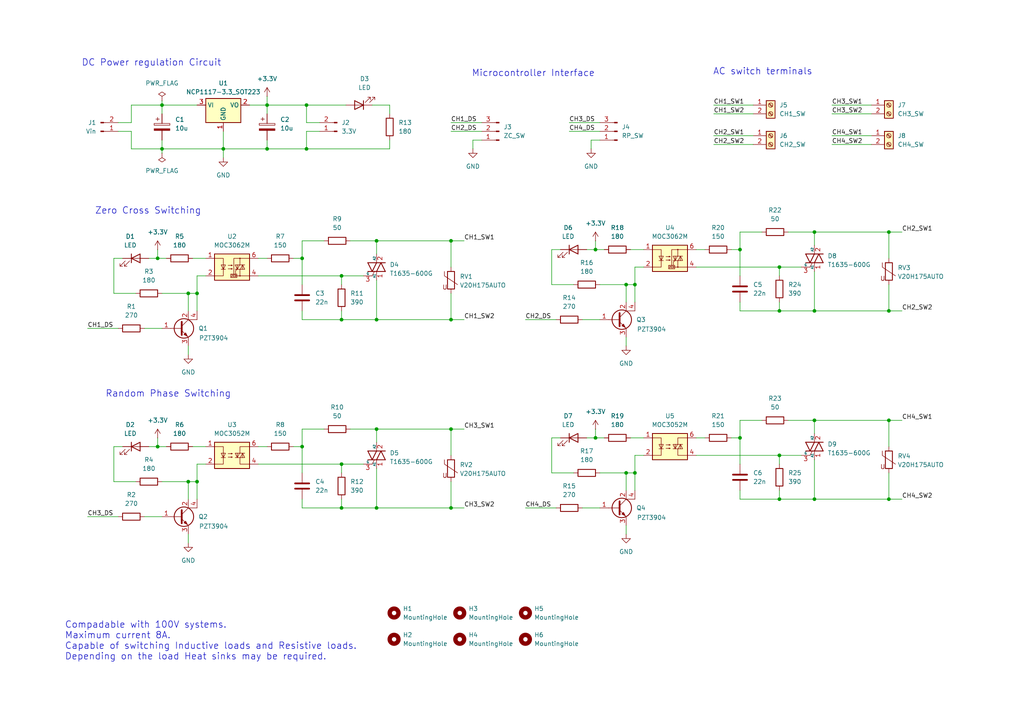
<source format=kicad_sch>
(kicad_sch (version 20250114) (generator "eeschema") (generator_version "9.0")
  (paper "A4")
  (title_block (title "AC switching circuit") (date "2025-03-12") (rev "0") (company "キムラシール株式会社"))
  (lib_symbols
    (symbol "Connector:Conn_01x02_Pin" (pin_names (offset 1.016) (hide yes))
      (property "Reference" "J" (at 0 2.54 0))
      (property "Value" "Conn_01x02_Pin" (at 0 -5.08 0))
      (symbol "Conn_01x02_Pin_1_1"
        (rectangle (start 0.8636 0.127) (end 0 -0.127) (stroke (width 0.1524)) (fill (type outline)))
        (rectangle (start 0.8636 -2.413) (end 0 -2.667) (stroke (width 0.1524)) (fill (type outline)))
        (polyline (pts (xy 1.27 0) (xy 0.8636 0)) (stroke (width 0.1524)))
        (polyline (pts (xy 1.27 -2.54) (xy 0.8636 -2.54)) (stroke (width 0.1524)))
        (pin passive line (at 5.08 0 180) (length 3.81) (name "Pin_1") (number "1"))
        (pin passive line (at 5.08 -2.54 180) (length 3.81) (name "Pin_2") (number "2"))
      )
    )
    (symbol "Connector:Conn_01x03_Pin" (pin_names (offset 1.016) (hide yes))
      (property "Reference" "J" (at 0 5.08 0))
      (property "Value" "Conn_01x03_Pin" (at 0 -5.08 0))
      (symbol "Conn_01x03_Pin_1_1"
        (rectangle (start 0.8636 2.667) (end 0 2.413) (stroke (width 0.1524)) (fill (type outline)))
        (rectangle (start 0.8636 0.127) (end 0 -0.127) (stroke (width 0.1524)) (fill (type outline)))
        (rectangle (start 0.8636 -2.413) (end 0 -2.667) (stroke (width 0.1524)) (fill (type outline)))
        (polyline (pts (xy 1.27 2.54) (xy 0.8636 2.54)) (stroke (width 0.1524)))
        (polyline (pts (xy 1.27 0) (xy 0.8636 0)) (stroke (width 0.1524)))
        (polyline (pts (xy 1.27 -2.54) (xy 0.8636 -2.54)) (stroke (width 0.1524)))
        (pin passive line (at 5.08 2.54 180) (length 3.81) (name "Pin_1") (number "1"))
        (pin passive line (at 5.08 0 180) (length 3.81) (name "Pin_2") (number "2"))
        (pin passive line (at 5.08 -2.54 180) (length 3.81) (name "Pin_3") (number "3"))
      )
    )
    (symbol "Connector:Screw_Terminal_01x02" (pin_names (offset 1.016) (hide yes))
      (property "Reference" "J" (at 0 2.54 0))
      (property "Value" "Screw_Terminal_01x02" (at 0 -5.08 0))
      (symbol "Screw_Terminal_01x02_1_1"
        (rectangle (start -1.27 1.27) (end 1.27 -3.81) (stroke (width 0.254)) (fill (type background)))
        (polyline (pts (xy -0.5334 0.3302) (xy 0.3302 -0.508)) (stroke (width 0.1524)))
        (polyline (pts (xy -0.5334 -2.2098) (xy 0.3302 -3.048)) (stroke (width 0.1524)))
        (polyline (pts (xy -0.3556 0.508) (xy 0.508 -0.3302)) (stroke (width 0.1524)))
        (polyline (pts (xy -0.3556 -2.032) (xy 0.508 -2.8702)) (stroke (width 0.1524)))
        (circle (center 0 0) (radius 0.635) (stroke (width 0.1524)))
        (circle (center 0 -2.54) (radius 0.635) (stroke (width 0.1524)))
        (pin passive line (at -5.08 0 0) (length 3.81) (name "Pin_1") (number "1"))
        (pin passive line (at -5.08 -2.54 0) (length 3.81) (name "Pin_2") (number "2"))
      )
    )
    (symbol "Device:C" (pin_numbers (hide yes)) (pin_names (offset 0.254))
      (property "Reference" "C" (at 0.635 2.54 0))
      (property "Value" "C" (at 0.635 -2.54 0))
      (symbol "C_0_1"
        (polyline (pts (xy -2.032 0.762) (xy 2.032 0.762)) (stroke (width 0.508)))
        (polyline (pts (xy -2.032 -0.762) (xy 2.032 -0.762)) (stroke (width 0.508)))
      )
      (symbol "C_1_1"
        (pin passive line (at 0 3.81 270) (length 2.794) (name "~") (number "1"))
        (pin passive line (at 0 -3.81 90) (length 2.794) (name "~") (number "2"))
      )
    )
    (symbol "Device:C_Polarized" (pin_numbers (hide yes)) (pin_names (offset 0.254))
      (property "Reference" "C" (at 0.635 2.54 0))
      (property "Value" "C_Polarized" (at 0.635 -2.54 0))
      (symbol "C_Polarized_0_1"
        (rectangle (start -2.286 0.508) (end 2.286 1.016))
        (polyline (pts (xy -1.778 2.286) (xy -0.762 2.286)))
        (polyline (pts (xy -1.27 2.794) (xy -1.27 1.778)))
        (rectangle (start 2.286 -0.508) (end -2.286 -1.016) (fill (type outline)))
      )
      (symbol "C_Polarized_1_1"
        (pin passive line (at 0 3.81 270) (length 2.794) (name "~") (number "1"))
        (pin passive line (at 0 -3.81 90) (length 2.794) (name "~") (number "2"))
      )
    )
    (symbol "Device:LED" (pin_numbers (hide yes)) (pin_names (offset 1.016) (hide yes))
      (property "Reference" "D" (at 0 2.54 0))
      (property "Value" "LED" (at 0 -2.54 0))
      (symbol "LED_0_1"
        (polyline (pts (xy -3.048 -0.762) (xy -4.572 -2.286) (xy -3.81 -2.286) (xy -4.572 -2.286) (xy -4.572 -1.524)))
        (polyline (pts (xy -1.778 -0.762) (xy -3.302 -2.286) (xy -2.54 -2.286) (xy -3.302 -2.286) (xy -3.302 -1.524)))
        (polyline (pts (xy -1.27 0) (xy 1.27 0)))
        (polyline (pts (xy -1.27 -1.27) (xy -1.27 1.27)) (stroke (width 0.254)))
        (polyline (pts (xy 1.27 -1.27) (xy 1.27 1.27) (xy -1.27 0) (xy 1.27 -1.27)) (stroke (width 0.254)))
      )
      (symbol "LED_1_1"
        (pin passive line (at -3.81 0 0) (length 2.54) (name "K") (number "1"))
        (pin passive line (at 3.81 0 180) (length 2.54) (name "A") (number "2"))
      )
    )
    (symbol "Device:R" (pin_numbers (hide yes)) (pin_names (offset 0))
      (property "Reference" "R" (at 2.032 0 90))
      (property "Value" "R" (at 0 0 90))
      (symbol "R_0_1"
        (rectangle (start -1.016 -2.54) (end 1.016 2.54) (stroke (width 0.254)))
      )
      (symbol "R_1_1"
        (pin passive line (at 0 3.81 270) (length 1.27) (name "~") (number "1"))
        (pin passive line (at 0 -3.81 90) (length 1.27) (name "~") (number "2"))
      )
    )
    (symbol "Device:Varistor" (pin_numbers (hide yes)) (pin_names (offset 0))
      (property "Reference" "RV" (at 3.175 0 90))
      (property "Value" "Varistor" (at -3.175 0 90))
      (symbol "Varistor_0_0"
        (text "U" (at -1.778 -2.032 0) (effects (font (size 1.27 1.27))))
      )
      (symbol "Varistor_0_1"
        (polyline (pts (xy -1.905 2.54) (xy -1.905 1.27) (xy 1.905 -1.27)))
        (rectangle (start -1.016 -2.54) (end 1.016 2.54) (stroke (width 0.254)))
      )
      (symbol "Varistor_1_1"
        (pin passive line (at 0 3.81 270) (length 1.27) (name "~") (number "1"))
        (pin passive line (at 0 -3.81 90) (length 1.27) (name "~") (number "2"))
      )
    )
    (symbol "Mechanical:MountingHole" (pin_names (offset 1.016)) (exclude_from_sim yes) (in_bom no)
      (property "Reference" "H" (at 0 5.08 0))
      (property "Value" "MountingHole" (at 0 3.175 0))
      (symbol "MountingHole_0_1"
        (circle (center 0 0) (radius 1.27) (stroke (width 1.27)))
      )
    )
    (symbol "Regulator_Linear:NCP1117-3.3_SOT223"
      (property "Reference" "U" (at -3.81 3.175 0))
      (property "Value" "NCP1117-3.3_SOT223" (at 0 3.175 0))
      (symbol "NCP1117-3.3_SOT223_0_1"
        (rectangle (start -5.08 -5.08) (end 5.08 1.905) (stroke (width 0.254)) (fill (type background)))
      )
      (symbol "NCP1117-3.3_SOT223_1_1"
        (pin power_in line (at -7.62 0 0) (length 2.54) (name "VI") (number "3"))
        (pin power_in line (at 0 -7.62 90) (length 2.54) (name "GND") (number "1"))
        (pin power_out line (at 7.62 0 180) (length 2.54) (name "VO") (number "2"))
      )
    )
    (symbol "Relay_SolidState:MOC3052M"
      (property "Reference" "U" (at -5.334 4.826 0))
      (property "Value" "MOC3052M" (at 0 5.08 0))
      (symbol "MOC3052M_0_1"
        (rectangle (start -5.08 3.81) (end 5.08 -3.81) (stroke (width 0.254)) (fill (type background)))
        (polyline (pts (xy -5.08 2.54) (xy -2.54 2.54) (xy -2.54 -2.54) (xy -5.08 -2.54)))
        (polyline (pts (xy -3.175 -0.635) (xy -1.905 -0.635)))
        (polyline (pts (xy -2.54 -0.635) (xy -3.175 0.635) (xy -1.905 0.635) (xy -2.54 -0.635)))
        (polyline (pts (xy -1.143 0.508) (xy 0.127 0.508) (xy -0.254 0.381) (xy -0.254 0.635) (xy 0.127 0.508)))
        (polyline (pts (xy -1.143 -0.508) (xy 0.127 -0.508) (xy -0.254 -0.635) (xy -0.254 -0.381) (xy 0.127 -0.508)))
        (polyline (pts (xy 0.889 -0.635) (xy 3.683 -0.635) (xy 3.048 0.635) (xy 2.413 -0.635)))
        (polyline (pts (xy 1.524 -0.635) (xy 1.524 0.635)))
        (polyline (pts (xy 2.286 0.635) (xy 2.286 2.54) (xy 5.08 2.54)))
        (polyline (pts (xy 2.286 -0.635) (xy 2.286 -2.54) (xy 5.08 -2.54)))
        (polyline (pts (xy 3.048 0.635) (xy 3.048 -0.635)))
        (polyline (pts (xy 3.683 0.635) (xy 0.889 0.635) (xy 1.524 -0.635) (xy 2.159 0.635)))
      )
      (symbol "MOC3052M_1_1"
        (pin passive line (at -7.62 2.54 0) (length 2.54) (name "~") (number "1"))
        (pin passive line (at -7.62 -2.54 0) (length 2.54) (name "~") (number "2"))
        (pin no_connect line (at -5.08 0 0) (length 2.54) (hide yes) (name "NC") (number "3"))
        (pin no_connect line (at 5.08 0 180) (length 2.54) (hide yes) (name "NC") (number "5"))
        (pin passive line (at 7.62 2.54 180) (length 2.54) (name "~") (number "6"))
        (pin passive line (at 7.62 -2.54 180) (length 2.54) (name "~") (number "4"))
      )
    )
    (symbol "Relay_SolidState:MOC3062M"
      (property "Reference" "U" (at -5.08 5.08 0))
      (property "Value" "MOC3062M" (at 0 5.08 0))
      (symbol "MOC3062M_0_0"
        (rectangle (start -0.381 -2.032) (end 1.397 -3.048))
        (polyline (pts (xy 1.524 -0.635) (xy 1.016 -1.016) (xy 1.016 -2.032)))
        (polyline (pts (xy 2.286 -2.54) (xy 1.397 -2.54)))
        (text "ZCD" (at 0.508 -2.54 0) (effects (font (size 0.508 0.508))))
      )
      (symbol "MOC3062M_0_1"
        (rectangle (start -5.08 3.81) (end 5.08 -3.81) (stroke (width 0.254)) (fill (type background)))
        (polyline (pts (xy -5.08 2.54) (xy -2.54 2.54) (xy -2.54 -2.54) (xy -5.08 -2.54)))
        (polyline (pts (xy -3.175 -0.635) (xy -1.905 -0.635)))
        (polyline (pts (xy -2.54 -0.635) (xy -3.175 0.635) (xy -1.905 0.635) (xy -2.54 -0.635)))
        (polyline (pts (xy -1.143 0.508) (xy 0.127 0.508) (xy -0.254 0.381) (xy -0.254 0.635) (xy 0.127 0.508)))
        (polyline (pts (xy -1.143 -0.508) (xy 0.127 -0.508) (xy -0.254 -0.635) (xy -0.254 -0.381) (xy 0.127 -0.508)))
        (polyline (pts (xy 0.889 -0.635) (xy 3.683 -0.635) (xy 3.048 0.635) (xy 2.413 -0.635)))
        (polyline (pts (xy 1.524 -0.635) (xy 1.524 0.635)))
        (polyline (pts (xy 2.286 2.54) (xy 0.508 2.54) (xy 0.508 -2.032)))
        (circle (center 2.286 2.54) (radius 0.127))
        (polyline (pts (xy 2.286 0.635) (xy 2.286 2.54) (xy 5.08 2.54)))
        (polyline (pts (xy 2.286 -0.635) (xy 2.286 -2.54) (xy 5.08 -2.54)))
        (circle (center 2.286 -2.54) (radius 0.127))
        (polyline (pts (xy 3.048 0.635) (xy 3.048 -0.635)))
        (polyline (pts (xy 3.683 0.635) (xy 0.889 0.635) (xy 1.524 -0.635) (xy 2.159 0.635)))
      )
      (symbol "MOC3062M_1_1"
        (pin passive line (at -7.62 2.54 0) (length 2.54) (name "~") (number "1"))
        (pin passive line (at -7.62 -2.54 0) (length 2.54) (name "~") (number "2"))
        (pin no_connect line (at -5.08 0 0) (length 2.54) (hide yes) (name "NC") (number "3"))
        (pin no_connect line (at 5.08 0 180) (length 2.54) (hide yes) (name "NC") (number "5"))
        (pin passive line (at 7.62 2.54 180) (length 2.54) (name "~") (number "6"))
        (pin passive line (at 7.62 -2.54 180) (length 2.54) (name "~") (number "4"))
      )
    )
    (symbol "Transistor_BJT:PZT3904" (pin_names (offset 0) (hide yes))
      (property "Reference" "Q" (at 5.08 1.905 0))
      (property "Value" "PZT3904" (at 5.08 0 0))
      (symbol "PZT3904_0_1"
        (polyline (pts (xy -2.54 0) (xy 0.635 0)))
        (polyline (pts (xy 0.635 1.905) (xy 0.635 -1.905)) (stroke (width 0.508)))
        (circle (center 1.27 0) (radius 2.8194) (stroke (width 0.254)))
        (polyline (pts (xy 2.54 2.54) (xy 5.08 2.54)))
      )
      (symbol "PZT3904_1_1"
        (polyline (pts (xy 0.635 0.635) (xy 2.54 2.54)))
        (polyline (pts (xy 0.635 -0.635) (xy 2.54 -2.54)))
        (polyline (pts (xy 1.27 -1.778) (xy 1.778 -1.27) (xy 2.286 -2.286) (xy 1.27 -1.778)) (fill (type outline)))
        (pin input line (at -5.08 0 0) (length 2.54) (name "B") (number "1"))
        (pin passive line (at 2.54 5.08 270) (length 2.54) (name "C") (number "2"))
        (pin passive line (at 2.54 -5.08 90) (length 2.54) (name "E") (number "3"))
        (pin passive line (at 5.08 5.08 270) (length 2.54) (name "C") (number "4"))
      )
    )
    (symbol "Triac_Thyristor:Generic_Triac_A1A2G" (pin_names (offset 0))
      (property "Reference" "D" (at 3.175 0.635 0))
      (property "Value" "Generic_Triac_A1A2G" (at 3.175 -1.27 0))
      (symbol "Generic_Triac_A1A2G_0_1"
        (polyline (pts (xy -2.54 1.27) (xy 2.54 1.27)) (stroke (width 0.254)))
        (polyline (pts (xy -2.54 1.27) (xy -1.27 -1.27) (xy 0 1.27)) (stroke (width 0.254)))
        (polyline (pts (xy -2.54 -1.27) (xy 2.54 -1.27)) (stroke (width 0.254)))
        (polyline (pts (xy -1.27 -2.54) (xy -0.635 -1.27)))
        (polyline (pts (xy 0 -1.27) (xy 1.27 1.27) (xy 2.54 -1.27)) (stroke (width 0.254)))
      )
      (symbol "Generic_Triac_A1A2G_1_1"
        (pin input line (at -3.81 -2.54 0) (length 2.54) (name "G") (number "3"))
        (pin passive line (at 0 3.81 270) (length 2.54) (name "A2") (number "2"))
        (pin passive line (at 0 -3.81 90) (length 2.54) (name "A1") (number "1"))
      )
    )
    (symbol "power:+3.3V" (power) (pin_numbers (hide yes)) (pin_names (offset 0) (hide yes))
      (property "Value" "+3.3V" (at 0 3.556 0))
      (symbol "+3.3V_0_1"
        (polyline (pts (xy -0.762 1.27) (xy 0 2.54)))
        (polyline (pts (xy 0 2.54) (xy 0.762 1.27)))
        (polyline (pts (xy 0 0) (xy 0 2.54)))
      )
      (symbol "+3.3V_1_1"
        (pin power_in line (at 0 0 90) (length 0) (name "~") (number "1"))
      )
    )
    (symbol "power:GND" (power) (pin_numbers (hide yes)) (pin_names (offset 0) (hide yes))
      (property "Value" "GND" (at 0 -3.81 0))
      (symbol "GND_0_1"
        (polyline (pts (xy 0 0) (xy 0 -1.27) (xy 1.27 -1.27) (xy 0 -2.54) (xy -1.27 -1.27) (xy 0 -1.27)))
      )
      (symbol "GND_1_1"
        (pin power_in line (at 0 0 270) (length 0) (name "~") (number "1"))
      )
    )
    (symbol "power:PWR_FLAG" (power) (pin_numbers (hide yes)) (pin_names (offset 0) (hide yes))
      (property "Value" "PWR_FLAG" (at 0 3.81 0))
      (symbol "PWR_FLAG_0_0"
        (pin power_out line (at 0 0 90) (length 0) (name "~") (number "1"))
      )
      (symbol "PWR_FLAG_0_1"
        (polyline (pts (xy 0 0) (xy 0 1.27) (xy -1.016 1.905) (xy 0 2.54) (xy 1.016 1.905) (xy 0 1.27)))
      )
    )
  )
  (text "Zero Cross Switching " (at 43.688 61.214 0) (effects (font (size 1.905 1.905))))
  (text "Random Phase Switching " (at 49.53 114.3 0) (effects (font (size 1.905 1.905))))
  (text "Microcontroller Interface" (at 154.686 21.336 0) (effects (font (size 1.905 1.905))))
  (text "DC Power regulation Circuit" (at 43.942 18.288 0) (effects (font (size 1.905 1.905))))
  (text "AC switch terminals" (at 221.234 20.828 0) (effects (font (size 1.905 1.905))))
  (text "Compadable with 100V systems.\nMaximum current 8A.\nCapable of switching Inductive loads and Resistive loads.\nDepending on the load Heat sinks may be required." (at 18.796 185.928 0) (effects (font (size 1.905 1.905)) (justify left)))
  (junction (at 46.99 43.18))
  (junction (at 172.72 72.39))
  (junction (at 257.81 67.31))
  (junction (at 88.9 30.48))
  (junction (at 236.22 121.92))
  (junction (at 236.22 67.31))
  (junction (at 109.22 124.46))
  (junction (at 87.63 129.54))
  (junction (at 130.81 124.46))
  (junction (at 214.63 127))
  (junction (at 87.63 74.93))
  (junction (at 99.06 92.71))
  (junction (at 109.22 92.71))
  (junction (at 99.06 147.32))
  (junction (at 214.63 72.39))
  (junction (at 130.81 69.85))
  (junction (at 77.47 43.18))
  (junction (at 172.72 127))
  (junction (at 88.9 43.18))
  (junction (at 181.61 82.55))
  (junction (at 99.06 80.01))
  (junction (at 236.22 144.78))
  (junction (at 45.72 129.54))
  (junction (at 226.06 144.78))
  (junction (at 226.06 90.17))
  (junction (at 57.15 139.7))
  (junction (at 54.61 85.09))
  (junction (at 236.22 90.17))
  (junction (at 184.15 82.55))
  (junction (at 109.22 147.32))
  (junction (at 130.81 92.71))
  (junction (at 226.06 132.08))
  (junction (at 181.61 137.16))
  (junction (at 54.61 139.7))
  (junction (at 45.72 74.93))
  (junction (at 109.22 69.85))
  (junction (at 57.15 85.09))
  (junction (at 99.06 134.62))
  (junction (at 64.77 43.18))
  (junction (at 257.81 144.78))
  (junction (at 46.99 30.48))
  (junction (at 257.81 90.17))
  (junction (at 226.06 77.47))
  (junction (at 257.81 121.92))
  (junction (at 184.15 137.16))
  (junction (at 130.81 147.32))
  (junction (at 77.47 30.48))
  (wire (pts (xy 236.22 90.17) (xy 257.81 90.17)))
  (wire (pts (xy 236.22 144.78) (xy 257.81 144.78)))
  (wire (pts (xy 184.15 82.55) (xy 181.61 82.55)))
  (wire (pts (xy 226.06 90.17) (xy 236.22 90.17)))
  (wire (pts (xy 101.6 69.85) (xy 109.22 69.85)))
  (wire (pts (xy 236.22 78.74) (xy 236.22 90.17)))
  (wire (pts (xy 160.02 72.39) (xy 160.02 82.55)))
  (wire (pts (xy 182.88 72.39) (xy 186.69 72.39)))
  (wire (pts (xy 184.15 137.16) (xy 181.61 137.16)))
  (wire (pts (xy 172.72 127) (xy 175.26 127)))
  (wire (pts (xy 99.06 134.62) (xy 99.06 137.16)))
  (wire (pts (xy 55.88 129.54) (xy 59.69 129.54)))
  (wire (pts (xy 207.01 39.37) (xy 218.44 39.37)))
  (wire (pts (xy 107.95 30.48) (xy 113.03 30.48)))
  (wire (pts (xy 57.15 85.09) (xy 57.15 90.17)))
  (wire (pts (xy 92.71 38.1) (xy 88.9 38.1)))
  (wire (pts (xy 226.06 132.08) (xy 226.06 134.62)))
  (wire (pts (xy 130.81 139.7) (xy 130.81 147.32)))
  (wire (pts (xy 170.18 127) (xy 172.72 127)))
  (wire (pts (xy 201.93 127) (xy 204.47 127)))
  (wire (pts (xy 168.91 92.71) (xy 173.99 92.71)))
  (wire (pts (xy 33.02 74.93) (xy 33.02 85.09)))
  (wire (pts (xy 207.01 41.91) (xy 218.44 41.91)))
  (wire (pts (xy 181.61 152.4) (xy 181.61 154.94)))
  (wire (pts (xy 228.6 67.31) (xy 236.22 67.31)))
  (wire (pts (xy 88.9 30.48) (xy 88.9 35.56)))
  (wire (pts (xy 87.63 74.93) (xy 85.09 74.93)))
  (wire (pts (xy 64.77 43.18) (xy 64.77 45.72)))
  (wire (pts (xy 35.56 129.54) (xy 33.02 129.54)))
  (wire (pts (xy 130.81 124.46) (xy 134.62 124.46)))
  (wire (pts (xy 33.02 85.09) (xy 39.37 85.09)))
  (wire (pts (xy 109.22 147.32) (xy 130.81 147.32)))
  (wire (pts (xy 41.91 149.86) (xy 46.99 149.86)))
  (wire (pts (xy 201.93 77.47) (xy 226.06 77.47)))
  (wire (pts (xy 130.81 38.1) (xy 139.7 38.1)))
  (wire (pts (xy 220.98 67.31) (xy 214.63 67.31)))
  (wire (pts (xy 184.15 82.55) (xy 184.15 87.63)))
  (wire (pts (xy 25.4 95.25) (xy 34.29 95.25)))
  (wire (pts (xy 160.02 137.16) (xy 166.37 137.16)))
  (wire (pts (xy 99.06 92.71) (xy 109.22 92.71)))
  (wire (pts (xy 184.15 132.08) (xy 184.15 137.16)))
  (wire (pts (xy 77.47 43.18) (xy 64.77 43.18)))
  (wire (pts (xy 99.06 147.32) (xy 109.22 147.32)))
  (wire (pts (xy 38.1 38.1) (xy 38.1 43.18)))
  (wire (pts (xy 45.72 127) (xy 45.72 129.54)))
  (wire (pts (xy 171.45 43.18) (xy 171.45 40.64)))
  (wire (pts (xy 93.98 124.46) (xy 87.63 124.46)))
  (wire (pts (xy 109.22 124.46) (xy 109.22 128.27)))
  (wire (pts (xy 77.47 40.64) (xy 77.47 43.18)))
  (wire (pts (xy 57.15 139.7) (xy 54.61 139.7)))
  (wire (pts (xy 184.15 77.47) (xy 184.15 82.55)))
  (wire (pts (xy 137.16 40.64) (xy 139.7 40.64)))
  (wire (pts (xy 109.22 81.28) (xy 109.22 92.71)))
  (wire (pts (xy 25.4 149.86) (xy 34.29 149.86)))
  (wire (pts (xy 54.61 85.09) (xy 54.61 90.17)))
  (wire (pts (xy 99.06 147.32) (xy 99.06 144.78)))
  (wire (pts (xy 77.47 30.48) (xy 88.9 30.48)))
  (wire (pts (xy 181.61 97.79) (xy 181.61 100.33)))
  (wire (pts (xy 236.22 121.92) (xy 257.81 121.92)))
  (wire (pts (xy 34.29 38.1) (xy 38.1 38.1)))
  (wire (pts (xy 72.39 30.48) (xy 77.47 30.48)))
  (wire (pts (xy 74.93 74.93) (xy 77.47 74.93)))
  (wire (pts (xy 87.63 147.32) (xy 87.63 144.78)))
  (wire (pts (xy 74.93 80.01) (xy 99.06 80.01)))
  (wire (pts (xy 257.81 121.92) (xy 261.62 121.92)))
  (wire (pts (xy 236.22 121.92) (xy 236.22 125.73)))
  (wire (pts (xy 214.63 90.17) (xy 214.63 87.63)))
  (wire (pts (xy 113.03 30.48) (xy 113.03 33.02)))
  (wire (pts (xy 186.69 132.08) (xy 184.15 132.08)))
  (wire (pts (xy 55.88 74.93) (xy 59.69 74.93)))
  (wire (pts (xy 45.72 129.54) (xy 48.26 129.54)))
  (wire (pts (xy 59.69 80.01) (xy 57.15 80.01)))
  (wire (pts (xy 214.63 72.39) (xy 214.63 80.01)))
  (wire (pts (xy 241.3 30.48) (xy 252.73 30.48)))
  (wire (pts (xy 33.02 139.7) (xy 39.37 139.7)))
  (wire (pts (xy 87.63 92.71) (xy 87.63 90.17)))
  (wire (pts (xy 46.99 139.7) (xy 54.61 139.7)))
  (wire (pts (xy 33.02 129.54) (xy 33.02 139.7)))
  (wire (pts (xy 214.63 67.31) (xy 214.63 72.39)))
  (wire (pts (xy 186.69 77.47) (xy 184.15 77.47)))
  (wire (pts (xy 214.63 144.78) (xy 214.63 142.24)))
  (wire (pts (xy 88.9 43.18) (xy 77.47 43.18)))
  (wire (pts (xy 130.81 69.85) (xy 130.81 77.47)))
  (wire (pts (xy 99.06 80.01) (xy 105.41 80.01)))
  (wire (pts (xy 130.81 35.56) (xy 139.7 35.56)))
  (wire (pts (xy 57.15 85.09) (xy 54.61 85.09)))
  (wire (pts (xy 130.81 85.09) (xy 130.81 92.71)))
  (wire (pts (xy 162.56 72.39) (xy 160.02 72.39)))
  (wire (pts (xy 38.1 35.56) (xy 38.1 30.48)))
  (wire (pts (xy 226.06 77.47) (xy 232.41 77.47)))
  (wire (pts (xy 43.18 74.93) (xy 45.72 74.93)))
  (wire (pts (xy 38.1 30.48) (xy 46.99 30.48)))
  (wire (pts (xy 88.9 35.56) (xy 92.71 35.56)))
  (wire (pts (xy 54.61 139.7) (xy 54.61 144.78)))
  (wire (pts (xy 226.06 132.08) (xy 232.41 132.08)))
  (wire (pts (xy 130.81 147.32) (xy 134.62 147.32)))
  (wire (pts (xy 160.02 82.55) (xy 166.37 82.55)))
  (wire (pts (xy 201.93 72.39) (xy 204.47 72.39)))
  (wire (pts (xy 137.16 43.18) (xy 137.16 40.64)))
  (wire (pts (xy 87.63 92.71) (xy 99.06 92.71)))
  (wire (pts (xy 162.56 127) (xy 160.02 127)))
  (wire (pts (xy 45.72 72.39) (xy 45.72 74.93)))
  (wire (pts (xy 109.22 69.85) (xy 130.81 69.85)))
  (wire (pts (xy 87.63 129.54) (xy 87.63 137.16)))
  (wire (pts (xy 93.98 69.85) (xy 87.63 69.85)))
  (wire (pts (xy 46.99 29.21) (xy 46.99 30.48)))
  (wire (pts (xy 87.63 124.46) (xy 87.63 129.54)))
  (wire (pts (xy 64.77 38.1) (xy 64.77 43.18)))
  (wire (pts (xy 34.29 35.56) (xy 38.1 35.56)))
  (wire (pts (xy 152.4 92.71) (xy 161.29 92.71)))
  (wire (pts (xy 87.63 129.54) (xy 85.09 129.54)))
  (wire (pts (xy 57.15 134.62) (xy 57.15 139.7)))
  (wire (pts (xy 43.18 129.54) (xy 45.72 129.54)))
  (wire (pts (xy 228.6 121.92) (xy 236.22 121.92)))
  (wire (pts (xy 46.99 40.64) (xy 46.99 43.18)))
  (wire (pts (xy 165.1 35.56) (xy 173.99 35.56)))
  (wire (pts (xy 46.99 43.18) (xy 64.77 43.18)))
  (wire (pts (xy 87.63 69.85) (xy 87.63 74.93)))
  (wire (pts (xy 101.6 124.46) (xy 109.22 124.46)))
  (wire (pts (xy 170.18 72.39) (xy 172.72 72.39)))
  (wire (pts (xy 214.63 144.78) (xy 226.06 144.78)))
  (wire (pts (xy 41.91 95.25) (xy 46.99 95.25)))
  (wire (pts (xy 77.47 30.48) (xy 77.47 33.02)))
  (wire (pts (xy 214.63 121.92) (xy 214.63 127)))
  (wire (pts (xy 130.81 124.46) (xy 130.81 132.08)))
  (wire (pts (xy 241.3 33.02) (xy 252.73 33.02)))
  (wire (pts (xy 46.99 43.18) (xy 46.99 44.45)))
  (wire (pts (xy 182.88 127) (xy 186.69 127)))
  (wire (pts (xy 173.99 82.55) (xy 181.61 82.55)))
  (wire (pts (xy 54.61 154.94) (xy 54.61 157.48)))
  (wire (pts (xy 59.69 134.62) (xy 57.15 134.62)))
  (wire (pts (xy 207.01 33.02) (xy 218.44 33.02)))
  (wire (pts (xy 257.81 67.31) (xy 261.62 67.31)))
  (wire (pts (xy 207.01 30.48) (xy 218.44 30.48)))
  (wire (pts (xy 173.99 137.16) (xy 181.61 137.16)))
  (wire (pts (xy 109.22 124.46) (xy 130.81 124.46)))
  (wire (pts (xy 168.91 147.32) (xy 173.99 147.32)))
  (wire (pts (xy 46.99 85.09) (xy 54.61 85.09)))
  (wire (pts (xy 214.63 90.17) (xy 226.06 90.17)))
  (wire (pts (xy 226.06 144.78) (xy 226.06 142.24)))
  (wire (pts (xy 201.93 132.08) (xy 226.06 132.08)))
  (wire (pts (xy 226.06 90.17) (xy 226.06 87.63)))
  (wire (pts (xy 160.02 127) (xy 160.02 137.16)))
  (wire (pts (xy 88.9 38.1) (xy 88.9 43.18)))
  (wire (pts (xy 257.81 137.16) (xy 257.81 144.78)))
  (wire (pts (xy 236.22 133.35) (xy 236.22 144.78)))
  (wire (pts (xy 35.56 74.93) (xy 33.02 74.93)))
  (wire (pts (xy 214.63 72.39) (xy 212.09 72.39)))
  (wire (pts (xy 99.06 92.71) (xy 99.06 90.17)))
  (wire (pts (xy 236.22 67.31) (xy 257.81 67.31)))
  (wire (pts (xy 87.63 147.32) (xy 99.06 147.32)))
  (wire (pts (xy 109.22 92.71) (xy 130.81 92.71)))
  (wire (pts (xy 113.03 40.64) (xy 113.03 43.18)))
  (wire (pts (xy 74.93 134.62) (xy 99.06 134.62)))
  (wire (pts (xy 152.4 147.32) (xy 161.29 147.32)))
  (wire (pts (xy 57.15 30.48) (xy 46.99 30.48)))
  (wire (pts (xy 38.1 43.18) (xy 46.99 43.18)))
  (wire (pts (xy 99.06 80.01) (xy 99.06 82.55)))
  (wire (pts (xy 257.81 67.31) (xy 257.81 74.93)))
  (wire (pts (xy 57.15 139.7) (xy 57.15 144.78)))
  (wire (pts (xy 87.63 74.93) (xy 87.63 82.55)))
  (wire (pts (xy 220.98 121.92) (xy 214.63 121.92)))
  (wire (pts (xy 130.81 69.85) (xy 134.62 69.85)))
  (wire (pts (xy 74.93 129.54) (xy 77.47 129.54)))
  (wire (pts (xy 181.61 82.55) (xy 181.61 87.63)))
  (wire (pts (xy 130.81 92.71) (xy 134.62 92.71)))
  (wire (pts (xy 257.81 144.78) (xy 261.62 144.78)))
  (wire (pts (xy 257.81 121.92) (xy 257.81 129.54)))
  (wire (pts (xy 109.22 135.89) (xy 109.22 147.32)))
  (wire (pts (xy 181.61 137.16) (xy 181.61 142.24)))
  (wire (pts (xy 88.9 30.48) (xy 100.33 30.48)))
  (wire (pts (xy 99.06 134.62) (xy 105.41 134.62)))
  (wire (pts (xy 257.81 82.55) (xy 257.81 90.17)))
  (wire (pts (xy 184.15 137.16) (xy 184.15 142.24)))
  (wire (pts (xy 241.3 41.91) (xy 252.73 41.91)))
  (wire (pts (xy 172.72 124.46) (xy 172.72 127)))
  (wire (pts (xy 171.45 40.64) (xy 173.99 40.64)))
  (wire (pts (xy 172.72 69.85) (xy 172.72 72.39)))
  (wire (pts (xy 45.72 74.93) (xy 48.26 74.93)))
  (wire (pts (xy 46.99 33.02) (xy 46.99 30.48)))
  (wire (pts (xy 226.06 144.78) (xy 236.22 144.78)))
  (wire (pts (xy 226.06 77.47) (xy 226.06 80.01)))
  (wire (pts (xy 54.61 100.33) (xy 54.61 102.87)))
  (wire (pts (xy 113.03 43.18) (xy 88.9 43.18)))
  (wire (pts (xy 236.22 67.31) (xy 236.22 71.12)))
  (wire (pts (xy 172.72 72.39) (xy 175.26 72.39)))
  (wire (pts (xy 109.22 69.85) (xy 109.22 73.66)))
  (wire (pts (xy 214.63 127) (xy 212.09 127)))
  (wire (pts (xy 241.3 39.37) (xy 252.73 39.37)))
  (wire (pts (xy 257.81 90.17) (xy 261.62 90.17)))
  (wire (pts (xy 77.47 27.94) (xy 77.47 30.48)))
  (wire (pts (xy 57.15 80.01) (xy 57.15 85.09)))
  (wire (pts (xy 165.1 38.1) (xy 173.99 38.1)))
  (wire (pts (xy 214.63 127) (xy 214.63 134.62)))
  (label "CH3_SW2" (at 241.3 33.02 0))
  (label "CH2_DS" (at 130.81 38.1 0))
  (label "CH1_SW1" (at 207.01 30.48 0))
  (label "CH4_DS" (at 152.4 147.32 0))
  (label "CH1_DS" (at 130.81 35.56 0))
  (label "CH4_SW2" (at 241.3 41.91 0))
  (label "CH4_SW2" (at 261.62 144.78 0))
  (label "CH3_SW1" (at 134.62 124.46 0))
  (label "CH4_SW1" (at 261.62 121.92 0))
  (label "CH2_SW2" (at 207.01 41.91 0))
  (label "CH3_SW1" (at 241.3 30.48 0))
  (label "CH3_DS" (at 165.1 35.56 0))
  (label "CH4_SW1" (at 241.3 39.37 0))
  (label "CH2_SW1" (at 207.01 39.37 0))
  (label "CH4_DS" (at 165.1 38.1 0))
  (label "CH3_DS" (at 25.4 149.86 0))
  (label "CH1_SW2" (at 207.01 33.02 0))
  (label "CH1_SW2" (at 134.62 92.71 0))
  (label "CH2_SW2" (at 261.62 90.17 0))
  (label "CH3_SW2" (at 134.62 147.32 0))
  (label "CH2_SW1" (at 261.62 67.31 0))
  (label "CH2_DS" (at 152.4 92.71 0))
  (label "CH1_DS" (at 25.4 95.25 0))
  (label "CH1_SW1" (at 134.62 69.85 0))
  (symbol (lib_id "power:GND") (at 181.61 154.94 0) (unit 1)
    (property "Reference" "#PWR012" (effects (hide yes)))
    (property "Value" "GND" (at 181.61 160.02 0))
    (property "Description" "Power symbol creates a global label with name \"GND\" , ground" (effects (hide yes)))
  )
  (symbol (lib_id "Device:Varistor") (at 257.81 133.35 0) (unit 1)
    (property "Reference" "RV4" (at 260.35 132.2732 0) (effects (justify left)))
    (property "Value" "V20H175AUTO" (at 260.35 134.8132 0) (effects (justify left)))
    (property "Footprint" "Custom_footprints:Little Fuse V20H175" (effects (hide yes)))
    (property "Description" "Voltage dependent resistor" (effects (hide yes)))
    (property "Sim.Name" "kicad_builtin_varistor" (effects (hide yes)))
    (property "Sim.Device" "SUBCKT" (effects (hide yes)))
    (property "Sim.Pins" "1=A 2=B" (effects (hide yes)))
    (property "Sim.Params" "threshold=1k" (effects (hide yes)))
    (property "Sim.Library" "${KICAD7_SYMBOL_DIR}/Simulation_SPICE.sp" (effects (hide yes)))
  )
  (symbol (lib_id "Device:R") (at 224.79 121.92 90) (unit 1)
    (property "Reference" "R23" (at 224.79 115.57 90))
    (property "Value" "50" (at 224.79 118.11 90))
    (property "Footprint" "Custom_footprints:Yageo RC_L 1218" (effects (hide yes)))
    (property "Description" "Resistor" (effects (hide yes)))
  )
  (symbol (lib_id "Device:R") (at 38.1 95.25 270) (unit 1)
    (property "Reference" "R1" (at 38.1 88.9 90))
    (property "Value" "270" (at 38.1 91.44 90))
    (property "Footprint" "Custom_footprints:Yageo RC_L 0603" (effects (hide yes)))
    (property "Description" "Resistor" (effects (hide yes)))
  )
  (symbol (lib_id "Device:R") (at 179.07 127 90) (unit 1)
    (property "Reference" "R19" (at 179.07 120.65 90))
    (property "Value" "180" (at 179.07 123.19 90))
    (property "Footprint" "Custom_footprints:Yageo RC_L 0603" (effects (hide yes)))
    (property "Description" "Resistor" (effects (hide yes)))
  )
  (symbol (lib_id "Device:LED") (at 39.37 129.54 0) (unit 1)
    (property "Reference" "D2" (at 37.7825 123.19 0))
    (property "Value" "LED" (at 37.7825 125.73 0))
    (property "Footprint" "Custom_footprints:Lite On LTST-C190" (effects (hide yes)))
    (property "Description" "Light emitting diode" (effects (hide yes)))
    (property "Sim.Pins" "1=K 2=A" (effects (hide yes)))
  )
  (symbol (lib_id "power:+3.3V") (at 77.47 27.94 0) (unit 1)
    (property "Reference" "#PWR06" (effects (hide yes)))
    (property "Value" "+3.3V" (at 77.47 22.86 0))
    (property "Description" "Power symbol creates a global label with name \"+3.3V\"" (effects (hide yes)))
  )
  (symbol (lib_id "Connector:Screw_Terminal_01x02") (at 257.81 30.48 0) (unit 1)
    (property "Reference" "J7" (at 260.35 30.4799 0) (effects (justify left)))
    (property "Value" "CH3_SW" (at 260.35 33.0199 0) (effects (justify left)))
    (property "Footprint" "TerminalBlock:TerminalBlock_bornier-2_P5.08mm" (effects (hide yes)))
    (property "Description" "Generic screw terminal, single row, 01x02, script generated (kicad-library-utils/schlib/autogen/connector/)" (effects (hide yes)))
  )
  (symbol (lib_id "power:GND") (at 54.61 157.48 0) (unit 1)
    (property "Reference" "#PWR04" (effects (hide yes)))
    (property "Value" "GND" (at 54.61 162.56 0))
    (property "Description" "Power symbol creates a global label with name \"GND\" , ground" (effects (hide yes)))
  )
  (symbol (lib_id "Device:LED") (at 104.14 30.48 180) (unit 1)
    (property "Reference" "D3" (at 105.7275 22.86 0))
    (property "Value" "LED" (at 105.7275 25.4 0))
    (property "Footprint" "Custom_footprints:Lite On LTST-C190" (effects (hide yes)))
    (property "Description" "Light emitting diode" (effects (hide yes)))
    (property "Sim.Pins" "1=K 2=A" (effects (hide yes)))
  )
  (symbol (lib_id "Device:R") (at 99.06 86.36 0) (unit 1)
    (property "Reference" "R11" (at 101.6 85.0899 0) (effects (justify left)))
    (property "Value" "390" (at 101.6 87.6299 0) (effects (justify left)))
    (property "Footprint" "Custom_footprints:Yageo RC_L 1206" (effects (hide yes)))
    (property "Description" "Resistor" (effects (hide yes)))
  )
  (symbol (lib_id "power:GND") (at 181.61 100.33 0) (unit 1)
    (property "Reference" "#PWR011" (effects (hide yes)))
    (property "Value" "GND" (at 181.61 105.41 0))
    (property "Description" "Power symbol creates a global label with name \"GND\" , ground" (effects (hide yes)))
  )
  (symbol (lib_id "Mechanical:MountingHole") (at 114.3 185.42 0) (unit 1) (exclude_from_sim yes) (in_bom no)
    (property "Reference" "H2" (at 116.84 184.1499 0) (effects (justify left)))
    (property "Value" "MountingHole" (at 116.84 186.6899 0) (effects (justify left)))
    (property "Footprint" "Custom_footprints:3mm Mouting hole" (effects (hide yes)))
    (property "Description" "Mounting Hole without connection" (effects (hide yes)))
  )
  (symbol (lib_id "Relay_SolidState:MOC3062M") (at 67.31 77.47 0) (unit 1)
    (property "Reference" "U2" (at 67.31 68.58 0))
    (property "Value" "MOC3062M" (at 67.31 71.12 0))
    (property "Footprint" "Package_DIP:DIP-6_W7.62mm" (effects (hide yes)))
    (property "Datasheet" "https://www.onsemi.com/pub/Collateral/MOC3163M-D.pdf" (effects (hide yes)))
    (property "Description" "Zero Cross Opto-Triac, Vdrm 600V, Ift 10mA, DIP6" (effects (hide yes)))
  )
  (symbol (lib_id "Mechanical:MountingHole") (at 114.3 177.8 0) (unit 1) (exclude_from_sim yes) (in_bom no)
    (property "Reference" "H1" (at 116.84 176.5299 0) (effects (justify left)))
    (property "Value" "MountingHole" (at 116.84 179.0699 0) (effects (justify left)))
    (property "Footprint" "Custom_footprints:3mm Mouting hole" (effects (hide yes)))
    (property "Description" "Mounting Hole without connection" (effects (hide yes)))
  )
  (symbol (lib_id "Device:LED") (at 166.37 127 0) (unit 1)
    (property "Reference" "D7" (at 164.7825 120.65 0))
    (property "Value" "LED" (at 164.7825 123.19 0))
    (property "Footprint" "Custom_footprints:Lite On LTST-C190" (effects (hide yes)))
    (property "Description" "Light emitting diode" (effects (hide yes)))
    (property "Sim.Pins" "1=K 2=A" (effects (hide yes)))
  )
  (symbol (lib_id "Relay_SolidState:MOC3052M") (at 194.31 129.54 0) (unit 1)
    (property "Reference" "U5" (at 194.31 120.65 0))
    (property "Value" "MOC3052M" (at 194.31 123.19 0))
    (property "Footprint" "Package_DIP:DIP-6_W7.62mm" (effects (hide yes)))
    (property "Datasheet" "https://www.onsemi.com/pub/Collateral/MOC3052M-D.PDF" (effects (hide yes)))
    (property "Description" "Random Phase Opto-Triac, Vdrm 600V, Ift 10mA, DIP6" (effects (hide yes)))
  )
  (symbol (lib_id "Device:Varistor") (at 130.81 81.28 0) (unit 1)
    (property "Reference" "RV1" (at 133.35 80.2032 0) (effects (justify left)))
    (property "Value" "V20H175AUTO" (at 133.35 82.7432 0) (effects (justify left)))
    (property "Footprint" "Custom_footprints:Little Fuse V20H175" (effects (hide yes)))
    (property "Description" "Voltage dependent resistor" (effects (hide yes)))
    (property "Sim.Name" "kicad_builtin_varistor" (effects (hide yes)))
    (property "Sim.Device" "SUBCKT" (effects (hide yes)))
    (property "Sim.Pins" "1=A 2=B" (effects (hide yes)))
    (property "Sim.Params" "threshold=1k" (effects (hide yes)))
    (property "Sim.Library" "${KICAD7_SYMBOL_DIR}/Simulation_SPICE.sp" (effects (hide yes)))
  )
  (symbol (lib_id "Device:C") (at 214.63 83.82 0) (unit 1)
    (property "Reference" "C5" (at 218.44 82.5499 0) (effects (justify left)))
    (property "Value" "22n" (at 218.44 85.0899 0) (effects (justify left)))
    (property "Footprint" "Custom_footprints:TDK B32682A4223" (effects (hide yes)))
    (property "Description" "Unpolarized capacitor" (effects (hide yes)))
  )
  (symbol (lib_id "Device:R") (at 81.28 129.54 270) (unit 1)
    (property "Reference" "R8" (at 81.28 123.19 90))
    (property "Value" "150" (at 81.28 125.73 90))
    (property "Footprint" "Custom_footprints:Yageo RC_L 1206" (effects (hide yes)))
    (property "Description" "Resistor" (effects (hide yes)))
  )
  (symbol (lib_id "Device:R") (at 224.79 67.31 90) (unit 1)
    (property "Reference" "R22" (at 224.79 60.96 90))
    (property "Value" "50" (at 224.79 63.5 90))
    (property "Footprint" "Custom_footprints:Yageo RC_L 1218" (effects (hide yes)))
    (property "Description" "Resistor" (effects (hide yes)))
  )
  (symbol (lib_id "Device:R") (at 113.03 36.83 180) (unit 1)
    (property "Reference" "R13" (at 115.57 35.5599 0) (effects (justify right)))
    (property "Value" "180" (at 115.57 38.0999 0) (effects (justify right)))
    (property "Footprint" "Custom_footprints:Yageo RC_L 0603" (effects (hide yes)))
    (property "Description" "Resistor" (effects (hide yes)))
  )
  (symbol (lib_id "Mechanical:MountingHole") (at 152.4 177.8 0) (unit 1) (exclude_from_sim yes) (in_bom no)
    (property "Reference" "H5" (at 154.94 176.5299 0) (effects (justify left)))
    (property "Value" "MountingHole" (at 154.94 179.0699 0) (effects (justify left)))
    (property "Footprint" "Custom_footprints:3mm Mouting hole" (effects (hide yes)))
    (property "Description" "Mounting Hole without connection" (effects (hide yes)))
  )
  (symbol (lib_id "power:GND") (at 171.45 43.18 0) (unit 1)
    (property "Reference" "#PWR08" (effects (hide yes)))
    (property "Value" "GND" (at 171.45 48.26 0))
    (property "Description" "Power symbol creates a global label with name \"GND\" , ground" (effects (hide yes)))
  )
  (symbol (lib_id "Device:R") (at 208.28 127 270) (unit 1)
    (property "Reference" "R21" (at 208.28 120.65 90))
    (property "Value" "150" (at 208.28 123.19 90))
    (property "Footprint" "Custom_footprints:Yageo RC_L 1206" (effects (hide yes)))
    (property "Description" "Resistor" (effects (hide yes)))
  )
  (symbol (lib_id "power:+3.3V") (at 45.72 72.39 0) (unit 1)
    (property "Reference" "#PWR01" (effects (hide yes)))
    (property "Value" "+3.3V" (at 45.72 67.31 0))
    (property "Description" "Power symbol creates a global label with name \"+3.3V\"" (effects (hide yes)))
  )
  (symbol (lib_id "power:PWR_FLAG") (at 46.99 29.21 0) (unit 1)
    (property "Reference" "#FLG01" (effects (hide yes)))
    (property "Value" "PWR_FLAG" (at 46.99 24.13 0))
    (property "Description" "Special symbol for telling ERC where power comes from" (effects (hide yes)))
  )
  (symbol (lib_id "power:+3.3V") (at 172.72 69.85 0) (unit 1)
    (property "Reference" "#PWR09" (effects (hide yes)))
    (property "Value" "+3.3V" (at 172.72 64.77 0))
    (property "Description" "Power symbol creates a global label with name \"+3.3V\"" (effects (hide yes)))
  )
  (symbol (lib_id "Device:C") (at 87.63 140.97 0) (unit 1)
    (property "Reference" "C4" (at 91.44 139.6999 0) (effects (justify left)))
    (property "Value" "22n" (at 91.44 142.2399 0) (effects (justify left)))
    (property "Footprint" "Custom_footprints:TDK B32682A4223" (effects (hide yes)))
    (property "Description" "Unpolarized capacitor" (effects (hide yes)))
  )
  (symbol (lib_id "power:GND") (at 64.77 45.72 0) (unit 1)
    (property "Reference" "#PWR05" (effects (hide yes)))
    (property "Value" "GND" (at 64.77 50.8 0))
    (property "Description" "Power symbol creates a global label with name \"GND\" , ground" (effects (hide yes)))
  )
  (symbol (lib_id "Mechanical:MountingHole") (at 133.35 177.8 0) (unit 1) (exclude_from_sim yes) (in_bom no)
    (property "Reference" "H3" (at 135.89 176.5299 0) (effects (justify left)))
    (property "Value" "MountingHole" (at 135.89 179.0699 0) (effects (justify left)))
    (property "Footprint" "Custom_footprints:3mm Mouting hole" (effects (hide yes)))
    (property "Description" "Mounting Hole without connection" (effects (hide yes)))
  )
  (symbol (lib_id "power:PWR_FLAG") (at 46.99 44.45 180) (unit 1)
    (property "Reference" "#FLG02" (effects (hide yes)))
    (property "Value" "PWR_FLAG" (at 46.99 49.53 0))
    (property "Description" "Special symbol for telling ERC where power comes from" (effects (hide yes)))
  )
  (symbol (lib_id "power:GND") (at 137.16 43.18 0) (unit 1)
    (property "Reference" "#PWR07" (effects (hide yes)))
    (property "Value" "GND" (at 137.16 48.26 0))
    (property "Description" "Power symbol creates a global label with name \"GND\" , ground" (effects (hide yes)))
  )
  (symbol (lib_id "power:+3.3V") (at 172.72 124.46 0) (unit 1)
    (property "Reference" "#PWR010" (effects (hide yes)))
    (property "Value" "+3.3V" (at 172.72 119.38 0))
    (property "Description" "Power symbol creates a global label with name \"+3.3V\"" (effects (hide yes)))
  )
  (symbol (lib_id "Device:Varistor") (at 130.81 135.89 0) (unit 1)
    (property "Reference" "RV2" (at 133.35 134.8132 0) (effects (justify left)))
    (property "Value" "V20H175AUTO" (at 133.35 137.3532 0) (effects (justify left)))
    (property "Footprint" "Custom_footprints:Little Fuse V20H175" (effects (hide yes)))
    (property "Description" "Voltage dependent resistor" (effects (hide yes)))
    (property "Sim.Name" "kicad_builtin_varistor" (effects (hide yes)))
    (property "Sim.Device" "SUBCKT" (effects (hide yes)))
    (property "Sim.Pins" "1=A 2=B" (effects (hide yes)))
    (property "Sim.Params" "threshold=1k" (effects (hide yes)))
    (property "Sim.Library" "${KICAD7_SYMBOL_DIR}/Simulation_SPICE.sp" (effects (hide yes)))
  )
  (symbol (lib_id "Mechanical:MountingHole") (at 133.35 185.42 0) (unit 1) (exclude_from_sim yes) (in_bom no)
    (property "Reference" "H4" (at 135.89 184.1499 0) (effects (justify left)))
    (property "Value" "MountingHole" (at 135.89 186.6899 0) (effects (justify left)))
    (property "Footprint" "Custom_footprints:3mm Mouting hole" (effects (hide yes)))
    (property "Description" "Mounting Hole without connection" (effects (hide yes)))
  )
  (symbol (lib_id "Connector:Conn_01x03_Pin") (at 144.78 38.1 180) (unit 1)
    (property "Reference" "J3" (at 146.05 36.8299 0) (effects (justify right)))
    (property "Value" "ZC_SW" (at 146.05 39.3699 0) (effects (justify right)))
    (property "Footprint" "Connector_PinHeader_2.54mm:PinHeader_1x03_P2.54mm_Vertical" (effects (hide yes)))
    (property "Description" "Generic connector, single row, 01x03, script generated" (effects (hide yes)))
  )
  (symbol (lib_id "Connector:Conn_01x02_Pin") (at 29.21 38.1 0) (mirror x) (unit 1)
    (property "Reference" "J1" (at 27.94 35.5599 0) (effects (justify right)))
    (property "Value" "Vin" (at 27.94 38.0999 0) (effects (justify right)))
    (property "Footprint" "Connector_PinHeader_2.54mm:PinHeader_1x02_P2.54mm_Vertical" (effects (hide yes)))
    (property "Description" "Generic connector, single row, 01x02, script generated" (effects (hide yes)))
  )
  (symbol (lib_id "Triac_Thyristor:Generic_Triac_A1A2G") (at 236.22 74.93 0) (unit 1)
    (property "Reference" "D8" (at 240.03 74.2314 0) (effects (justify left)))
    (property "Value" "T1635-600G" (at 240.03 76.7714 0) (effects (justify left)))
    (property "Footprint" "Custom_footprints:ST MIcroelectronics T16xx" (effects (hide yes)))
    (property "Description" "Triode for alternating current, anode1/anode2/gate" (effects (hide yes)))
  )
  (symbol (lib_id "Relay_SolidState:MOC3062M") (at 194.31 74.93 0) (unit 1)
    (property "Reference" "U4" (at 194.31 66.04 0))
    (property "Value" "MOC3062M" (at 194.31 68.58 0))
    (property "Footprint" "Package_DIP:DIP-6_W7.62mm" (effects (hide yes)))
    (property "Datasheet" "https://www.onsemi.com/pub/Collateral/MOC3163M-D.pdf" (effects (hide yes)))
    (property "Description" "Zero Cross Opto-Triac, Vdrm 600V, Ift 10mA, DIP6" (effects (hide yes)))
  )
  (symbol (lib_id "Transistor_BJT:PZT3904") (at 52.07 95.25 0) (unit 1)
    (property "Reference" "Q1" (at 58.928 95.25 0))
    (property "Value" "PZT3904" (at 61.976 98.044 0))
    (property "Footprint" "Package_TO_SOT_SMD:SOT-223" (effects (hide yes)))
    (property "Datasheet" "https://www.onsemi.com/pdf/datasheet/pzt3904-d.pdf" (effects (hide yes)))
    (property "Description" "0.2A Ic, 40V Vce, Small Signal NPN Transistor, SOT-223" (effects (hide yes)))
  )
  (symbol (lib_id "Device:Varistor") (at 257.81 78.74 0) (unit 1)
    (property "Reference" "RV3" (at 260.35 77.6632 0) (effects (justify left)))
    (property "Value" "V20H175AUTO" (at 260.35 80.2032 0) (effects (justify left)))
    (property "Footprint" "Custom_footprints:Little Fuse V20H175" (effects (hide yes)))
    (property "Description" "Voltage dependent resistor" (effects (hide yes)))
    (property "Sim.Name" "kicad_builtin_varistor" (effects (hide yes)))
    (property "Sim.Device" "SUBCKT" (effects (hide yes)))
    (property "Sim.Pins" "1=A 2=B" (effects (hide yes)))
    (property "Sim.Params" "threshold=1k" (effects (hide yes)))
    (property "Sim.Library" "${KICAD7_SYMBOL_DIR}/Simulation_SPICE.sp" (effects (hide yes)))
  )
  (symbol (lib_id "power:GND") (at 54.61 102.87 0) (unit 1)
    (property "Reference" "#PWR03" (effects (hide yes)))
    (property "Value" "GND" (at 54.61 107.95 0))
    (property "Description" "Power symbol creates a global label with name \"GND\" , ground" (effects (hide yes)))
  )
  (symbol (lib_id "Device:LED") (at 166.37 72.39 0) (unit 1)
    (property "Reference" "D6" (at 164.7825 66.04 0))
    (property "Value" "LED" (at 164.7825 68.58 0))
    (property "Footprint" "Custom_footprints:Lite On LTST-C190" (effects (hide yes)))
    (property "Description" "Light emitting diode" (effects (hide yes)))
    (property "Sim.Pins" "1=K 2=A" (effects (hide yes)))
  )
  (symbol (lib_id "Device:R") (at 170.18 82.55 270) (unit 1)
    (property "Reference" "R16" (at 170.18 76.2 90))
    (property "Value" "180" (at 170.18 78.74 90))
    (property "Footprint" "Custom_footprints:Yageo RC_L 0603" (effects (hide yes)))
    (property "Description" "Resistor" (effects (hide yes)))
  )
  (symbol (lib_id "Device:R") (at 43.18 85.09 270) (unit 1)
    (property "Reference" "R3" (at 43.18 78.74 90))
    (property "Value" "180" (at 43.18 81.28 90))
    (property "Footprint" "Custom_footprints:Yageo RC_L 0603" (effects (hide yes)))
    (property "Description" "Resistor" (effects (hide yes)))
  )
  (symbol (lib_id "Device:C") (at 87.63 86.36 0) (unit 1)
    (property "Reference" "C3" (at 91.44 85.0899 0) (effects (justify left)))
    (property "Value" "22n" (at 91.44 87.6299 0) (effects (justify left)))
    (property "Footprint" "Custom_footprints:TDK B32682A4223" (effects (hide yes)))
    (property "Description" "Unpolarized capacitor" (effects (hide yes)))
  )
  (symbol (lib_id "Device:R") (at 165.1 147.32 270) (unit 1)
    (property "Reference" "R15" (at 165.1 140.97 90))
    (property "Value" "270" (at 165.1 143.51 90))
    (property "Footprint" "Custom_footprints:Yageo RC_L 0603" (effects (hide yes)))
    (property "Description" "Resistor" (effects (hide yes)))
  )
  (symbol (lib_id "Triac_Thyristor:Generic_Triac_A1A2G") (at 109.22 132.08 0) (unit 1)
    (property "Reference" "D5" (at 113.03 131.3814 0) (effects (justify left)))
    (property "Value" "T1635-600G" (at 113.03 133.9214 0) (effects (justify left)))
    (property "Footprint" "Custom_footprints:ST MIcroelectronics T16xx" (effects (hide yes)))
    (property "Description" "Triode for alternating current, anode1/anode2/gate" (effects (hide yes)))
  )
  (symbol (lib_id "Triac_Thyristor:Generic_Triac_A1A2G") (at 109.22 77.47 0) (unit 1)
    (property "Reference" "D4" (at 113.03 76.7714 0) (effects (justify left)))
    (property "Value" "T1635-600G" (at 113.03 79.3114 0) (effects (justify left)))
    (property "Footprint" "Custom_footprints:ST MIcroelectronics T16xx" (effects (hide yes)))
    (property "Description" "Triode for alternating current, anode1/anode2/gate" (effects (hide yes)))
  )
  (symbol (lib_id "Device:R") (at 179.07 72.39 90) (unit 1)
    (property "Reference" "R18" (at 179.07 66.04 90))
    (property "Value" "180" (at 179.07 68.58 90))
    (property "Footprint" "Custom_footprints:Yageo RC_L 0603" (effects (hide yes)))
    (property "Description" "Resistor" (effects (hide yes)))
  )
  (symbol (lib_id "Connector:Screw_Terminal_01x02") (at 223.52 39.37 0) (unit 1)
    (property "Reference" "J6" (at 226.06 39.3699 0) (effects (justify left)))
    (property "Value" "CH2_SW" (at 226.06 41.9099 0) (effects (justify left)))
    (property "Footprint" "TerminalBlock:TerminalBlock_bornier-2_P5.08mm" (effects (hide yes)))
    (property "Description" "Generic screw terminal, single row, 01x02, script generated (kicad-library-utils/schlib/autogen/connector/)" (effects (hide yes)))
  )
  (symbol (lib_id "Device:C_Polarized") (at 46.99 36.83 0) (unit 1)
    (property "Reference" "C1" (at 50.8 34.6709 0) (effects (justify left)))
    (property "Value" "10u" (at 50.8 37.2109 0) (effects (justify left)))
    (property "Footprint" "Capacitor_SMD:CP_Elec_6.3x4.9" (effects (hide yes)))
    (property "Description" "Polarized capacitor" (effects (hide yes)))
  )
  (symbol (lib_id "Connector:Screw_Terminal_01x02") (at 223.52 30.48 0) (unit 1)
    (property "Reference" "J5" (at 226.06 30.4799 0) (effects (justify left)))
    (property "Value" "CH1_SW" (at 226.06 33.0199 0) (effects (justify left)))
    (property "Footprint" "TerminalBlock:TerminalBlock_bornier-2_P5.08mm" (effects (hide yes)))
    (property "Description" "Generic screw terminal, single row, 01x02, script generated (kicad-library-utils/schlib/autogen/connector/)" (effects (hide yes)))
  )
  (symbol (lib_id "Device:R") (at 52.07 74.93 90) (unit 1)
    (property "Reference" "R5" (at 52.07 68.58 90))
    (property "Value" "180" (at 52.07 71.12 90))
    (property "Footprint" "Custom_footprints:Yageo RC_L 0603" (effects (hide yes)))
    (property "Description" "Resistor" (effects (hide yes)))
  )
  (symbol (lib_id "Transistor_BJT:PZT3904") (at 179.07 147.32 0) (unit 1)
    (property "Reference" "Q4" (at 185.928 147.32 0))
    (property "Value" "PZT3904" (at 188.976 150.114 0))
    (property "Footprint" "Package_TO_SOT_SMD:SOT-223" (effects (hide yes)))
    (property "Datasheet" "https://www.onsemi.com/pdf/datasheet/pzt3904-d.pdf" (effects (hide yes)))
    (property "Description" "0.2A Ic, 40V Vce, Small Signal NPN Transistor, SOT-223" (effects (hide yes)))
  )
  (symbol (lib_id "Device:C_Polarized") (at 77.47 36.83 0) (unit 1)
    (property "Reference" "C2" (at 81.28 34.6709 0) (effects (justify left)))
    (property "Value" "10u" (at 81.28 37.2109 0) (effects (justify left)))
    (property "Footprint" "Capacitor_SMD:CP_Elec_6.3x4.9" (effects (hide yes)))
    (property "Description" "Polarized capacitor" (effects (hide yes)))
  )
  (symbol (lib_id "Connector:Screw_Terminal_01x02") (at 257.81 39.37 0) (unit 1)
    (property "Reference" "J8" (at 260.35 39.3699 0) (effects (justify left)))
    (property "Value" "CH4_SW" (at 260.35 41.9099 0) (effects (justify left)))
    (property "Footprint" "TerminalBlock:TerminalBlock_bornier-2_P5.08mm" (effects (hide yes)))
    (property "Description" "Generic screw terminal, single row, 01x02, script generated (kicad-library-utils/schlib/autogen/connector/)" (effects (hide yes)))
  )
  (symbol (lib_id "Device:R") (at 170.18 137.16 270) (unit 1)
    (property "Reference" "R17" (at 170.18 130.81 90))
    (property "Value" "180" (at 170.18 133.35 90))
    (property "Footprint" "Custom_footprints:Yageo RC_L 0603" (effects (hide yes)))
    (property "Description" "Resistor" (effects (hide yes)))
  )
  (symbol (lib_id "Mechanical:MountingHole") (at 152.4 185.42 0) (unit 1) (exclude_from_sim yes) (in_bom no)
    (property "Reference" "H6" (at 154.94 184.1499 0) (effects (justify left)))
    (property "Value" "MountingHole" (at 154.94 186.6899 0) (effects (justify left)))
    (property "Footprint" "Custom_footprints:3mm Mouting hole" (effects (hide yes)))
    (property "Description" "Mounting Hole without connection" (effects (hide yes)))
  )
  (symbol (lib_id "Device:R") (at 81.28 74.93 270) (unit 1)
    (property "Reference" "R7" (at 81.28 68.58 90))
    (property "Value" "150" (at 81.28 71.12 90))
    (property "Footprint" "Custom_footprints:Yageo RC_L 1206" (effects (hide yes)))
    (property "Description" "Resistor" (effects (hide yes)))
  )
  (symbol (lib_id "Device:C") (at 214.63 138.43 0) (unit 1)
    (property "Reference" "C6" (at 218.44 137.1599 0) (effects (justify left)))
    (property "Value" "22n" (at 218.44 139.6999 0) (effects (justify left)))
    (property "Footprint" "Custom_footprints:TDK B32682A4223" (effects (hide yes)))
    (property "Description" "Unpolarized capacitor" (effects (hide yes)))
  )
  (symbol (lib_id "Device:R") (at 38.1 149.86 270) (unit 1)
    (property "Reference" "R2" (at 38.1 143.51 90))
    (property "Value" "270" (at 38.1 146.05 90))
    (property "Footprint" "Custom_footprints:Yageo RC_L 0603" (effects (hide yes)))
    (property "Description" "Resistor" (effects (hide yes)))
  )
  (symbol (lib_id "Triac_Thyristor:Generic_Triac_A1A2G") (at 236.22 129.54 0) (unit 1)
    (property "Reference" "D9" (at 240.03 128.8414 0) (effects (justify left)))
    (property "Value" "T1635-600G" (at 240.03 131.3814 0) (effects (justify left)))
    (property "Footprint" "Custom_footprints:ST MIcroelectronics T16xx" (effects (hide yes)))
    (property "Description" "Triode for alternating current, anode1/anode2/gate" (effects (hide yes)))
  )
  (symbol (lib_id "Device:R") (at 208.28 72.39 270) (unit 1)
    (property "Reference" "R20" (at 208.28 66.04 90))
    (property "Value" "150" (at 208.28 68.58 90))
    (property "Footprint" "Custom_footprints:Yageo RC_L 1206" (effects (hide yes)))
    (property "Description" "Resistor" (effects (hide yes)))
  )
  (symbol (lib_id "Device:R") (at 226.06 83.82 0) (unit 1)
    (property "Reference" "R24" (at 228.6 82.5499 0) (effects (justify left)))
    (property "Value" "390" (at 228.6 85.0899 0) (effects (justify left)))
    (property "Footprint" "Custom_footprints:Yageo RC_L 1206" (effects (hide yes)))
    (property "Description" "Resistor" (effects (hide yes)))
  )
  (symbol (lib_id "Device:LED") (at 39.37 74.93 0) (unit 1)
    (property "Reference" "D1" (at 37.7825 68.58 0))
    (property "Value" "LED" (at 37.7825 71.12 0))
    (property "Footprint" "Custom_footprints:Lite On LTST-C190" (effects (hide yes)))
    (property "Description" "Light emitting diode" (effects (hide yes)))
    (property "Sim.Pins" "1=K 2=A" (effects (hide yes)))
  )
  (symbol (lib_id "power:+3.3V") (at 45.72 127 0) (unit 1)
    (property "Reference" "#PWR02" (effects (hide yes)))
    (property "Value" "+3.3V" (at 45.72 121.92 0))
    (property "Description" "Power symbol creates a global label with name \"+3.3V\"" (effects (hide yes)))
  )
  (symbol (lib_id "Regulator_Linear:NCP1117-3.3_SOT223") (at 64.77 30.48 0) (unit 1)
    (property "Reference" "U1" (at 64.77 24.13 0))
    (property "Value" "NCP1117-3.3_SOT223" (at 64.77 26.67 0))
    (property "Footprint" "Package_TO_SOT_SMD:SOT-223-3_TabPin2" (effects (hide yes)))
    (property "Datasheet" "http://www.onsemi.com/pub_link/Collateral/NCP1117-D.PDF" (effects (hide yes)))
    (property "Description" "1A Low drop-out regulator, Fixed Output 3.3V, SOT-223" (effects (hide yes)))
  )
  (symbol (lib_id "Connector:Conn_01x03_Pin") (at 179.07 38.1 180) (unit 1)
    (property "Reference" "J4" (at 180.34 36.8299 0) (effects (justify right)))
    (property "Value" "RP_SW" (at 180.34 39.3699 0) (effects (justify right)))
    (property "Footprint" "Connector_PinHeader_2.54mm:PinHeader_1x03_P2.54mm_Vertical" (effects (hide yes)))
    (property "Description" "Generic connector, single row, 01x03, script generated" (effects (hide yes)))
  )
  (symbol (lib_id "Device:R") (at 99.06 140.97 0) (unit 1)
    (property "Reference" "R12" (at 101.6 139.6999 0) (effects (justify left)))
    (property "Value" "390" (at 101.6 142.2399 0) (effects (justify left)))
    (property "Footprint" "Custom_footprints:Yageo RC_L 1206" (effects (hide yes)))
    (property "Description" "Resistor" (effects (hide yes)))
  )
  (symbol (lib_id "Device:R") (at 165.1 92.71 270) (unit 1)
    (property "Reference" "R14" (at 165.1 86.36 90))
    (property "Value" "270" (at 165.1 88.9 90))
    (property "Footprint" "Custom_footprints:Yageo RC_L 0603" (effects (hide yes)))
    (property "Description" "Resistor" (effects (hide yes)))
  )
  (symbol (lib_id "Device:R") (at 97.79 124.46 90) (unit 1)
    (property "Reference" "R10" (at 97.79 118.11 90))
    (property "Value" "50" (at 97.79 120.65 90))
    (property "Footprint" "Custom_footprints:Yageo RC_L 1218" (effects (hide yes)))
    (property "Description" "Resistor" (effects (hide yes)))
  )
  (symbol (lib_id "Device:R") (at 43.18 139.7 270) (unit 1)
    (property "Reference" "R4" (at 43.18 133.35 90))
    (property "Value" "180" (at 43.18 135.89 90))
    (property "Footprint" "Custom_footprints:Yageo RC_L 0603" (effects (hide yes)))
    (property "Description" "Resistor" (effects (hide yes)))
  )
  (symbol (lib_id "Transistor_BJT:PZT3904") (at 179.07 92.71 0) (unit 1)
    (property "Reference" "Q3" (at 185.928 92.71 0))
    (property "Value" "PZT3904" (at 188.976 95.504 0))
    (property "Footprint" "Package_TO_SOT_SMD:SOT-223" (effects (hide yes)))
    (property "Datasheet" "https://www.onsemi.com/pdf/datasheet/pzt3904-d.pdf" (effects (hide yes)))
    (property "Description" "0.2A Ic, 40V Vce, Small Signal NPN Transistor, SOT-223" (effects (hide yes)))
  )
  (symbol (lib_id "Relay_SolidState:MOC3052M") (at 67.31 132.08 0) (unit 1)
    (property "Reference" "U3" (at 67.31 123.19 0))
    (property "Value" "MOC3052M" (at 67.31 125.73 0))
    (property "Footprint" "Package_DIP:DIP-6_W7.62mm" (effects (hide yes)))
    (property "Datasheet" "https://www.onsemi.com/pub/Collateral/MOC3052M-D.PDF" (effects (hide yes)))
    (property "Description" "Random Phase Opto-Triac, Vdrm 600V, Ift 10mA, DIP6" (effects (hide yes)))
  )
  (symbol (lib_id "Connector:Conn_01x02_Pin") (at 97.79 38.1 180) (unit 1)
    (property "Reference" "J2" (at 99.06 35.5599 0) (effects (justify right)))
    (property "Value" "3.3V" (at 99.06 38.0999 0) (effects (justify right)))
    (property "Footprint" "Connector_PinHeader_2.54mm:PinHeader_1x02_P2.54mm_Vertical" (effects (hide yes)))
    (property "Description" "Generic connector, single row, 01x02, script generated" (effects (hide yes)))
  )
  (symbol (lib_id "Device:R") (at 97.79 69.85 90) (unit 1)
    (property "Reference" "R9" (at 97.79 63.5 90))
    (property "Value" "50" (at 97.79 66.04 90))
    (property "Footprint" "Custom_footprints:Yageo RC_L 1218" (effects (hide yes)))
    (property "Description" "Resistor" (effects (hide yes)))
  )
  (symbol (lib_id "Device:R") (at 52.07 129.54 90) (unit 1)
    (property "Reference" "R6" (at 52.07 123.19 90))
    (property "Value" "180" (at 52.07 125.73 90))
    (property "Footprint" "Custom_footprints:Yageo RC_L 0603" (effects (hide yes)))
    (property "Description" "Resistor" (effects (hide yes)))
  )
  (symbol (lib_id "Device:R") (at 226.06 138.43 0) (unit 1)
    (property "Reference" "R25" (at 228.6 137.1599 0) (effects (justify left)))
    (property "Value" "390" (at 228.6 139.6999 0) (effects (justify left)))
    (property "Footprint" "Custom_footprints:Yageo RC_L 1206" (effects (hide yes)))
    (property "Description" "Resistor" (effects (hide yes)))
  )
  (symbol (lib_id "Transistor_BJT:PZT3904") (at 52.07 149.86 0) (unit 1)
    (property "Reference" "Q2" (at 58.928 149.86 0))
    (property "Value" "PZT3904" (at 61.976 152.654 0))
    (property "Footprint" "Package_TO_SOT_SMD:SOT-223" (effects (hide yes)))
    (property "Datasheet" "https://www.onsemi.com/pdf/datasheet/pzt3904-d.pdf" (effects (hide yes)))
    (property "Description" "0.2A Ic, 40V Vce, Small Signal NPN Transistor, SOT-223" (effects (hide yes)))
  )
)
</source>
